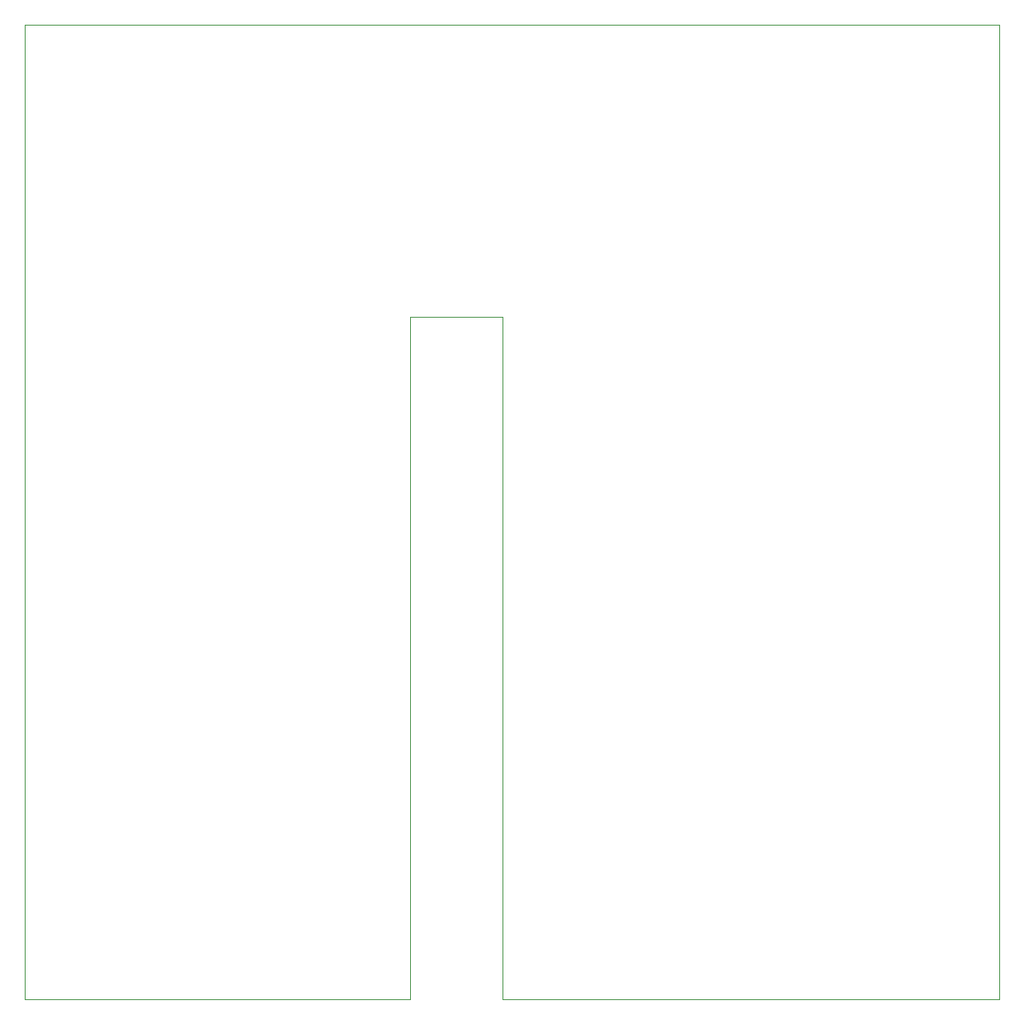
<source format=gm1>
G04 #@! TF.GenerationSoftware,KiCad,Pcbnew,(7.0.0)*
G04 #@! TF.CreationDate,2023-03-31T08:32:28+02:00*
G04 #@! TF.ProjectId,Ampli_0_5W,416d706c-695f-4305-9f35-572e6b696361,rev?*
G04 #@! TF.SameCoordinates,Original*
G04 #@! TF.FileFunction,Profile,NP*
%FSLAX46Y46*%
G04 Gerber Fmt 4.6, Leading zero omitted, Abs format (unit mm)*
G04 Created by KiCad (PCBNEW (7.0.0)) date 2023-03-31 08:32:28*
%MOMM*%
%LPD*%
G01*
G04 APERTURE LIST*
G04 #@! TA.AperFunction,Profile*
%ADD10C,0.100000*%
G04 #@! TD*
G04 APERTURE END LIST*
D10*
X119500000Y-130000000D02*
X119500000Y-60000000D01*
X180000000Y-130000000D02*
X129000000Y-130000000D01*
X80000000Y-130000000D02*
X80000000Y-30000000D01*
X129000000Y-60000000D02*
X129000000Y-130000000D01*
X180000000Y-30000000D02*
X180000000Y-130000000D01*
X119500000Y-130000000D02*
X80000000Y-130000000D01*
X80000000Y-30000000D02*
X180000000Y-30000000D01*
X129000000Y-60000000D02*
X119500000Y-60000000D01*
M02*

</source>
